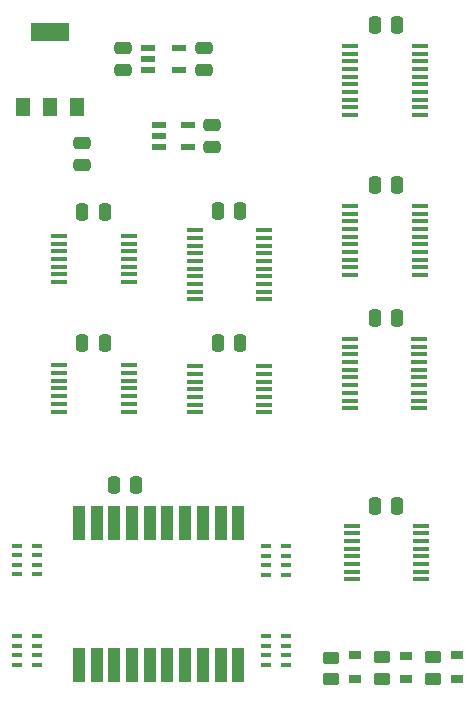
<source format=gtp>
%TF.GenerationSoftware,KiCad,Pcbnew,8.0.7*%
%TF.CreationDate,2025-01-08T21:18:34+02:00*%
%TF.ProjectId,Hex LCD Device,48657820-4c43-4442-9044-65766963652e,V1*%
%TF.SameCoordinates,Original*%
%TF.FileFunction,Paste,Top*%
%TF.FilePolarity,Positive*%
%FSLAX46Y46*%
G04 Gerber Fmt 4.6, Leading zero omitted, Abs format (unit mm)*
G04 Created by KiCad (PCBNEW 8.0.7) date 2025-01-08 21:18:34*
%MOMM*%
%LPD*%
G01*
G04 APERTURE LIST*
G04 Aperture macros list*
%AMRoundRect*
0 Rectangle with rounded corners*
0 $1 Rounding radius*
0 $2 $3 $4 $5 $6 $7 $8 $9 X,Y pos of 4 corners*
0 Add a 4 corners polygon primitive as box body*
4,1,4,$2,$3,$4,$5,$6,$7,$8,$9,$2,$3,0*
0 Add four circle primitives for the rounded corners*
1,1,$1+$1,$2,$3*
1,1,$1+$1,$4,$5*
1,1,$1+$1,$6,$7*
1,1,$1+$1,$8,$9*
0 Add four rect primitives between the rounded corners*
20,1,$1+$1,$2,$3,$4,$5,0*
20,1,$1+$1,$4,$5,$6,$7,0*
20,1,$1+$1,$6,$7,$8,$9,0*
20,1,$1+$1,$8,$9,$2,$3,0*%
G04 Aperture macros list end*
%ADD10RoundRect,0.250000X0.250000X0.475000X-0.250000X0.475000X-0.250000X-0.475000X0.250000X-0.475000X0*%
%ADD11R,1.250000X0.600000*%
%ADD12RoundRect,0.250000X0.450000X-0.262500X0.450000X0.262500X-0.450000X0.262500X-0.450000X-0.262500X0*%
%ADD13RoundRect,0.250000X0.475000X-0.250000X0.475000X0.250000X-0.475000X0.250000X-0.475000X-0.250000X0*%
%ADD14R,1.475000X0.450000*%
%ADD15RoundRect,0.250000X-0.475000X0.250000X-0.475000X-0.250000X0.475000X-0.250000X0.475000X0.250000X0*%
%ADD16R,1.200000X1.500000*%
%ADD17R,3.300000X1.500000*%
%ADD18R,0.900000X0.450000*%
%ADD19R,1.000000X0.800000*%
%ADD20R,1.450000X0.450000*%
%ADD21R,1.000000X3.000000*%
%ADD22R,1.150000X0.600000*%
G04 APERTURE END LIST*
D10*
%TO.C,C18*%
X10569000Y-22860000D03*
X8669000Y-22860000D03*
%TD*%
D11*
%TO.C,IC6*%
X15133000Y-4384000D03*
X15133000Y-5334000D03*
X15133000Y-6284000D03*
X17633000Y-6284000D03*
X17633000Y-4384000D03*
%TD*%
D12*
%TO.C,R5*%
X29708000Y-51331500D03*
X29708000Y-49506500D03*
%TD*%
D13*
%TO.C,C14*%
X8622000Y-7792000D03*
X8622000Y-5892000D03*
%TD*%
%TO.C,C8*%
X12133000Y247000D03*
X12133000Y2147000D03*
%TD*%
D14*
%TO.C,IC4*%
X31352000Y2290000D03*
X31352000Y1640000D03*
X31352000Y990000D03*
X31352000Y340000D03*
X31352000Y-310000D03*
X31352000Y-960000D03*
X31352000Y-1610000D03*
X31352000Y-2260000D03*
X31352000Y-2910000D03*
X31352000Y-3560000D03*
X37228000Y-3560000D03*
X37228000Y-2910000D03*
X37228000Y-2260000D03*
X37228000Y-1610000D03*
X37228000Y-960000D03*
X37228000Y-310000D03*
X37228000Y340000D03*
X37228000Y990000D03*
X37228000Y1640000D03*
X37228000Y2290000D03*
%TD*%
D15*
%TO.C,C1*%
X19685000Y-4400000D03*
X19685000Y-6300000D03*
%TD*%
D16*
%TO.C,IC10*%
X3655000Y-2921000D03*
X5955000Y-2921000D03*
X8255000Y-2921000D03*
D17*
X5955000Y3479000D03*
%TD*%
D18*
%TO.C,RN4*%
X25928900Y-50114200D03*
X25928900Y-49314200D03*
X25928900Y-48514200D03*
X25928900Y-47714200D03*
X24228900Y-47714200D03*
X24228900Y-48514200D03*
X24228900Y-49314200D03*
X24228900Y-50114200D03*
%TD*%
D10*
%TO.C,C2*%
X35351000Y-9484000D03*
X33451000Y-9484000D03*
%TD*%
D18*
%TO.C,RN3*%
X4807900Y-50114200D03*
X4807900Y-49314200D03*
X4807900Y-48514200D03*
X4807900Y-47714200D03*
X3107900Y-47714200D03*
X3107900Y-48514200D03*
X3107900Y-49314200D03*
X3107900Y-50114200D03*
%TD*%
D19*
%TO.C,LED1*%
X40376000Y-51316300D03*
X40376000Y-49316300D03*
%TD*%
D10*
%TO.C,C10*%
X35334000Y-20761000D03*
X33434000Y-20761000D03*
%TD*%
D14*
%TO.C,IC12*%
X18189000Y-24847000D03*
X18189000Y-25497000D03*
X18189000Y-26147000D03*
X18189000Y-26797000D03*
X18189000Y-27447000D03*
X18189000Y-28097000D03*
X18189000Y-28747000D03*
X24065000Y-28747000D03*
X24065000Y-28097000D03*
X24065000Y-27447000D03*
X24065000Y-26797000D03*
X24065000Y-26147000D03*
X24065000Y-25497000D03*
X24065000Y-24847000D03*
%TD*%
D12*
%TO.C,R4*%
X38334000Y-51308000D03*
X38334000Y-49483000D03*
%TD*%
D10*
%TO.C,C20*%
X22061000Y-22860000D03*
X20161000Y-22860000D03*
%TD*%
%TO.C,C5*%
X22061000Y-11684000D03*
X20161000Y-11684000D03*
%TD*%
D14*
%TO.C,IC17*%
X31352000Y-11258000D03*
X31352000Y-11908000D03*
X31352000Y-12558000D03*
X31352000Y-13208000D03*
X31352000Y-13858000D03*
X31352000Y-14508000D03*
X31352000Y-15158000D03*
X31352000Y-15808000D03*
X31352000Y-16458000D03*
X31352000Y-17108000D03*
X37228000Y-17108000D03*
X37228000Y-16458000D03*
X37228000Y-15808000D03*
X37228000Y-15158000D03*
X37228000Y-14508000D03*
X37228000Y-13858000D03*
X37228000Y-13208000D03*
X37228000Y-12558000D03*
X37228000Y-11908000D03*
X37228000Y-11258000D03*
%TD*%
%TO.C,IC2*%
X31335000Y-22535000D03*
X31335000Y-23185000D03*
X31335000Y-23835000D03*
X31335000Y-24485000D03*
X31335000Y-25135000D03*
X31335000Y-25785000D03*
X31335000Y-26435000D03*
X31335000Y-27085000D03*
X31335000Y-27735000D03*
X31335000Y-28385000D03*
X37211000Y-28385000D03*
X37211000Y-27735000D03*
X37211000Y-27085000D03*
X37211000Y-26435000D03*
X37211000Y-25785000D03*
X37211000Y-25135000D03*
X37211000Y-24485000D03*
X37211000Y-23835000D03*
X37211000Y-23185000D03*
X37211000Y-22535000D03*
%TD*%
D10*
%TO.C,C21*%
X13253000Y-34925000D03*
X11353000Y-34925000D03*
%TD*%
D20*
%TO.C,IC3*%
X31492000Y-38324000D03*
X31492000Y-38974000D03*
X31492000Y-39624000D03*
X31492000Y-40274000D03*
X31492000Y-40924000D03*
X31492000Y-41574000D03*
X31492000Y-42224000D03*
X31492000Y-42874000D03*
X37342000Y-42874000D03*
X37342000Y-42224000D03*
X37342000Y-41574000D03*
X37342000Y-40924000D03*
X37342000Y-40274000D03*
X37342000Y-39624000D03*
X37342000Y-38974000D03*
X37342000Y-38324000D03*
%TD*%
D19*
%TO.C,LED2*%
X31740000Y-51315500D03*
X31740000Y-49315500D03*
%TD*%
D18*
%TO.C,RN1*%
X3107900Y-40055800D03*
X3107900Y-40855800D03*
X3107900Y-41655800D03*
X3107900Y-42455800D03*
X4807900Y-42455800D03*
X4807900Y-41655800D03*
X4807900Y-40855800D03*
X4807900Y-40055800D03*
%TD*%
D14*
%TO.C,IC11*%
X6714000Y-13798000D03*
X6714000Y-14448000D03*
X6714000Y-15098000D03*
X6714000Y-15748000D03*
X6714000Y-16398000D03*
X6714000Y-17048000D03*
X6714000Y-17698000D03*
X12590000Y-17698000D03*
X12590000Y-17048000D03*
X12590000Y-16398000D03*
X12590000Y-15748000D03*
X12590000Y-15098000D03*
X12590000Y-14448000D03*
X12590000Y-13798000D03*
%TD*%
D21*
%TO.C,DS1*%
X8382000Y-50100000D03*
X9882000Y-50100000D03*
X11382000Y-50100000D03*
X12882000Y-50100000D03*
X14382000Y-50100000D03*
X15882000Y-50100000D03*
X17382000Y-50100000D03*
X18882000Y-50100000D03*
X20382000Y-50100000D03*
X21882000Y-50100000D03*
X21882000Y-38100000D03*
X20382000Y-38100000D03*
X18882000Y-38100000D03*
X17382000Y-38100000D03*
X15882000Y-38100000D03*
X14382000Y-38100000D03*
X12882000Y-38100000D03*
X11382000Y-38100000D03*
X9882000Y-38100000D03*
X8382000Y-38100000D03*
%TD*%
D10*
%TO.C,C17*%
X35351000Y-36662000D03*
X33451000Y-36662000D03*
%TD*%
%TO.C,C19*%
X10586000Y-11811000D03*
X8686000Y-11811000D03*
%TD*%
D14*
%TO.C,IC7*%
X6714000Y-24765000D03*
X6714000Y-25415000D03*
X6714000Y-26065000D03*
X6714000Y-26715000D03*
X6714000Y-27365000D03*
X6714000Y-28015000D03*
X6714000Y-28665000D03*
X12590000Y-28665000D03*
X12590000Y-28015000D03*
X12590000Y-27365000D03*
X12590000Y-26715000D03*
X12590000Y-26065000D03*
X12590000Y-25415000D03*
X12590000Y-24765000D03*
%TD*%
D13*
%TO.C,C9*%
X18991000Y247000D03*
X18991000Y2147000D03*
%TD*%
D14*
%TO.C,IC1*%
X18189000Y-13331000D03*
X18189000Y-13981000D03*
X18189000Y-14631000D03*
X18189000Y-15281000D03*
X18189000Y-15931000D03*
X18189000Y-16581000D03*
X18189000Y-17231000D03*
X18189000Y-17881000D03*
X18189000Y-18531000D03*
X18189000Y-19181000D03*
X24065000Y-19181000D03*
X24065000Y-18531000D03*
X24065000Y-17881000D03*
X24065000Y-17231000D03*
X24065000Y-16581000D03*
X24065000Y-15931000D03*
X24065000Y-15281000D03*
X24065000Y-14631000D03*
X24065000Y-13981000D03*
X24065000Y-13331000D03*
%TD*%
D22*
%TO.C,IC5*%
X14262000Y2131000D03*
X14262000Y1181000D03*
X14262000Y231000D03*
X16862000Y231000D03*
X16862000Y2131000D03*
%TD*%
D10*
%TO.C,C15*%
X35351000Y4064000D03*
X33451000Y4064000D03*
%TD*%
D18*
%TO.C,RN2*%
X25928900Y-42494200D03*
X25928900Y-41694200D03*
X25928900Y-40894200D03*
X25928900Y-40094200D03*
X24228900Y-40094200D03*
X24228900Y-40894200D03*
X24228900Y-41694200D03*
X24228900Y-42494200D03*
%TD*%
D19*
%TO.C,LED3*%
X36058000Y-51331500D03*
X36058000Y-49331500D03*
%TD*%
D12*
%TO.C,R6*%
X34016000Y-51308000D03*
X34016000Y-49483000D03*
%TD*%
M02*

</source>
